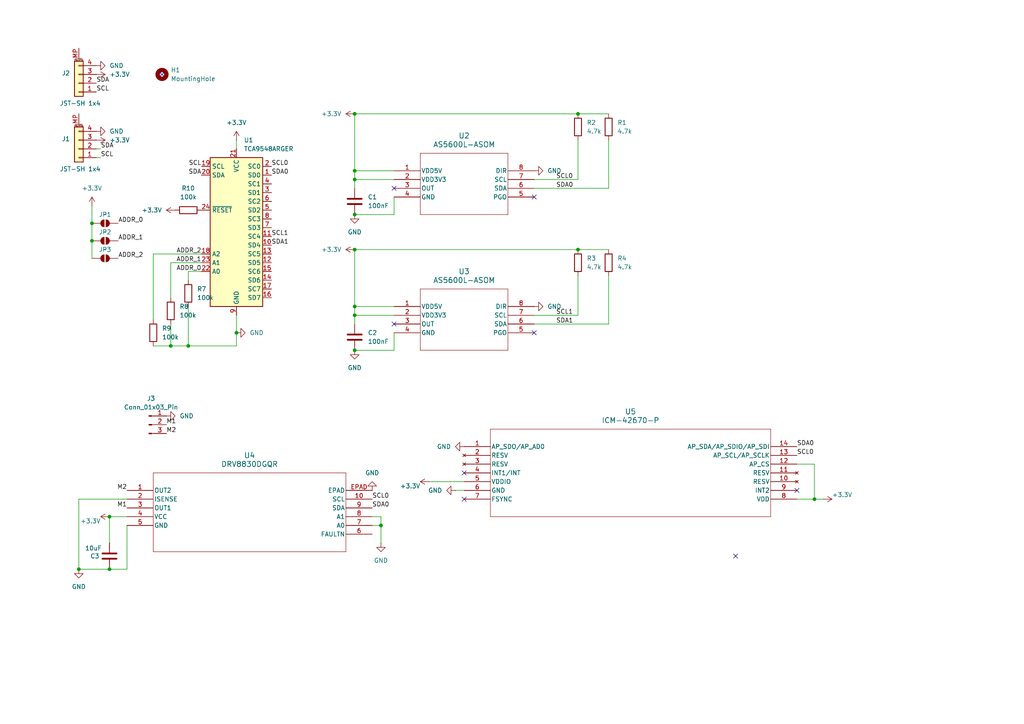
<source format=kicad_sch>
(kicad_sch (version 20250114) (generator "eeschema") (generator_version "9.0")
  (paper "A4")
  (lib_symbols
    (symbol "Connector:Conn_01x03_Pin" (pin_names (offset 1.016) (hide yes))
      (property "Reference" "J" (at 0 5.08 0))
      (property "Value" "Conn_01x03_Pin" (at 0 -5.08 0))
      (symbol "Conn_01x03_Pin_1_1"
        (rectangle (start 0.8636 2.667) (end 0 2.413) (stroke (width 0.1524)) (fill (type outline)))
        (rectangle (start 0.8636 0.127) (end 0 -0.127) (stroke (width 0.1524)) (fill (type outline)))
        (rectangle (start 0.8636 -2.413) (end 0 -2.667) (stroke (width 0.1524)) (fill (type outline)))
        (polyline (pts (xy 1.27 2.54) (xy 0.8636 2.54)) (stroke (width 0.1524)))
        (polyline (pts (xy 1.27 0) (xy 0.8636 0)) (stroke (width 0.1524)))
        (polyline (pts (xy 1.27 -2.54) (xy 0.8636 -2.54)) (stroke (width 0.1524)))
        (pin passive line (at 5.08 2.54 180) (length 3.81) (name "Pin_1") (number "1"))
        (pin passive line (at 5.08 0 180) (length 3.81) (name "Pin_2") (number "2"))
        (pin passive line (at 5.08 -2.54 180) (length 3.81) (name "Pin_3") (number "3"))
      )
    )
    (symbol "Connector_Generic_MountingPin:Conn_01x04_MountingPin" (pin_names (offset 1.016) (hide yes))
      (property "Reference" "J" (at 0 5.08 0))
      (property "Value" "Conn_01x04_MountingPin" (at 1.27 -7.62 0))
      (symbol "Conn_01x04_MountingPin_1_1"
        (rectangle (start -1.27 3.81) (end 1.27 -6.35) (stroke (width 0.254)) (fill (type background)))
        (rectangle (start -1.27 2.667) (end 0 2.413) (stroke (width 0.1524)))
        (rectangle (start -1.27 0.127) (end 0 -0.127) (stroke (width 0.1524)))
        (rectangle (start -1.27 -2.413) (end 0 -2.667) (stroke (width 0.1524)))
        (rectangle (start -1.27 -4.953) (end 0 -5.207) (stroke (width 0.1524)))
        (polyline (pts (xy -1.016 -7.112) (xy 1.016 -7.112)) (stroke (width 0.1524)))
        (text "Mounting" (at 0 -6.731 0) (effects (font (size 0.381 0.381))))
        (pin passive line (at -5.08 2.54 0) (length 3.81) (name "Pin_1") (number "1"))
        (pin passive line (at -5.08 0 0) (length 3.81) (name "Pin_2") (number "2"))
        (pin passive line (at -5.08 -2.54 0) (length 3.81) (name "Pin_3") (number "3"))
        (pin passive line (at -5.08 -5.08 0) (length 3.81) (name "Pin_4") (number "4"))
        (pin passive line (at 0 -10.16 90) (length 3.048) (name "MountPin") (number "MP"))
      )
    )
    (symbol "Device:C" (pin_numbers (hide yes)) (pin_names (offset 0.254))
      (property "Reference" "C" (at 0.635 2.54 0))
      (property "Value" "C" (at 0.635 -2.54 0))
      (symbol "C_0_1"
        (polyline (pts (xy -2.032 0.762) (xy 2.032 0.762)) (stroke (width 0.508)))
        (polyline (pts (xy -2.032 -0.762) (xy 2.032 -0.762)) (stroke (width 0.508)))
      )
      (symbol "C_1_1"
        (pin passive line (at 0 3.81 270) (length 2.794) (name "~") (number "1"))
        (pin passive line (at 0 -3.81 90) (length 2.794) (name "~") (number "2"))
      )
    )
    (symbol "Device:R" (pin_numbers (hide yes)) (pin_names (offset 0))
      (property "Reference" "R" (at 2.032 0 90))
      (property "Value" "R" (at 0 0 90))
      (symbol "R_0_1"
        (rectangle (start -1.016 -2.54) (end 1.016 2.54) (stroke (width 0.254)))
      )
      (symbol "R_1_1"
        (pin passive line (at 0 3.81 270) (length 1.27) (name "~") (number "1"))
        (pin passive line (at 0 -3.81 90) (length 1.27) (name "~") (number "2"))
      )
    )
    (symbol "Interface_Expansion:TCA9548ARGER"
      (property "Reference" "U" (at -7.62 21.59 0))
      (property "Value" "TCA9548ARGER" (at 1.016 21.59 0))
      (symbol "TCA9548ARGER_0_1"
        (rectangle (start -7.62 20.32) (end 7.62 -22.86) (stroke (width 0.254)) (fill (type background)))
      )
      (symbol "TCA9548ARGER_1_1"
        (pin input line (at -10.16 17.78 0) (length 2.54) (name "SCL") (number "19"))
        (pin bidirectional line (at -10.16 15.24 0) (length 2.54) (name "SDA") (number "20"))
        (pin input line (at -10.16 5.08 0) (length 2.54) (name "~{RESET}") (number "24"))
        (pin input line (at -10.16 -7.62 0) (length 2.54) (name "A2") (number "18"))
        (pin input line (at -10.16 -10.16 0) (length 2.54) (name "A1") (number "23"))
        (pin input line (at -10.16 -12.7 0) (length 2.54) (name "A0") (number "22"))
        (pin no_connect line (at -7.62 -15.24 0) (length 2.54) (hide yes) (name "1EP") (number "25"))
        (pin power_in line (at 0 22.86 270) (length 2.54) (name "VCC") (number "21"))
        (pin power_in line (at 0 -25.4 90) (length 2.54) (name "GND") (number "9"))
        (pin output line (at 10.16 17.78 180) (length 2.54) (name "SC0") (number "2"))
        (pin bidirectional line (at 10.16 15.24 180) (length 2.54) (name "SD0") (number "1"))
        (pin output line (at 10.16 12.7 180) (length 2.54) (name "SC1") (number "4"))
        (pin bidirectional line (at 10.16 10.16 180) (length 2.54) (name "SD1") (number "3"))
        (pin output line (at 10.16 7.62 180) (length 2.54) (name "SC2") (number "6"))
        (pin bidirectional line (at 10.16 5.08 180) (length 2.54) (name "SD2") (number "5"))
        (pin output line (at 10.16 2.54 180) (length 2.54) (name "SC3") (number "8"))
        (pin bidirectional line (at 10.16 0 180) (length 2.54) (name "SD3") (number "7"))
        (pin output line (at 10.16 -2.54 180) (length 2.54) (name "SC4") (number "11"))
        (pin bidirectional line (at 10.16 -5.08 180) (length 2.54) (name "SD4") (number "10"))
        (pin output line (at 10.16 -7.62 180) (length 2.54) (name "SC5") (number "13"))
        (pin bidirectional line (at 10.16 -10.16 180) (length 2.54) (name "SD5") (number "12"))
        (pin output line (at 10.16 -12.7 180) (length 2.54) (name "SC6") (number "15"))
        (pin bidirectional line (at 10.16 -15.24 180) (length 2.54) (name "SD6") (number "14"))
        (pin output line (at 10.16 -17.78 180) (length 2.54) (name "SC7") (number "17"))
        (pin bidirectional line (at 10.16 -20.32 180) (length 2.54) (name "SD7") (number "16"))
      )
    )
    (symbol "Jumper:SolderJumper_2_Open" (pin_numbers (hide yes)) (pin_names (offset 0) (hide yes)) (in_bom no)
      (property "Reference" "JP" (at 0 2.032 0))
      (property "Value" "SolderJumper_2_Open" (at 0 -2.54 0))
      (symbol "SolderJumper_2_Open_0_1"
        (polyline (pts (xy -0.254 1.016) (xy -0.254 -1.016)))
        (arc (start -0.254 -1.016) (mid -1.2656 0) (end -0.254 1.016))
        (arc (start -0.254 -1.016) (mid -1.2656 0) (end -0.254 1.016) (fill (type outline)))
        (arc (start 0.254 1.016) (mid 1.2656 0) (end 0.254 -1.016))
        (arc (start 0.254 1.016) (mid 1.2656 0) (end 0.254 -1.016) (fill (type outline)))
        (polyline (pts (xy 0.254 1.016) (xy 0.254 -1.016)))
      )
      (symbol "SolderJumper_2_Open_1_1"
        (pin passive line (at -3.81 0 0) (length 2.54) (name "A") (number "1"))
        (pin passive line (at 3.81 0 180) (length 2.54) (name "B") (number "2"))
      )
    )
    (symbol "Mechanical:MountingHole" (pin_names (offset 1.016)) (in_bom no)
      (property "Reference" "H" (at 0 5.08 0))
      (property "Value" "MountingHole" (at 0 3.175 0))
      (symbol "MountingHole_0_1"
        (circle (center 0 0) (radius 1.27) (stroke (width 1.27)))
      )
    )
    (symbol "as5600:AS5600L-ASOM" (pin_names (offset 0.254))
      (property "Reference" "U" (at 20.32 10.16 0))
      (property "Value" "AS5600L-ASOM" (at 20.32 7.62 0))
      (symbol "AS5600L-ASOM_0_1"
        (polyline (pts (xy 7.62 5.08) (xy 7.62 -12.7)) (stroke (width 0.127)))
        (polyline (pts (xy 7.62 -12.7) (xy 33.02 -12.7)) (stroke (width 0.127)))
        (polyline (pts (xy 33.02 5.08) (xy 7.62 5.08)) (stroke (width 0.127)))
        (polyline (pts (xy 33.02 -12.7) (xy 33.02 5.08)) (stroke (width 0.127)))
        (pin unspecified line (at 0 0 0) (length 7.62) (name "VDD5V") (number "1"))
        (pin unspecified line (at 0 -2.54 0) (length 7.62) (name "VDD3V3") (number "2"))
        (pin unspecified line (at 0 -5.08 0) (length 7.62) (name "OUT") (number "3"))
        (pin unspecified line (at 0 -7.62 0) (length 7.62) (name "GND") (number "4"))
        (pin unspecified line (at 40.64 0 180) (length 7.62) (name "DIR") (number "8"))
        (pin unspecified line (at 40.64 -2.54 180) (length 7.62) (name "SCL") (number "7"))
        (pin unspecified line (at 40.64 -5.08 180) (length 7.62) (name "SDA") (number "6"))
        (pin unspecified line (at 40.64 -7.62 180) (length 7.62) (name "PGO") (number "5"))
      )
    )
    (symbol "drv8830:DRV8830DGQR" (pin_names (offset 0.254))
      (property "Reference" "U" (at 35.56 10.16 0))
      (property "Value" "DRV8830DGQR" (at 35.56 7.62 0))
      (symbol "DRV8830DGQR_0_1"
        (polyline (pts (xy 7.62 5.08) (xy 7.62 -17.78)) (stroke (width 0.127)))
        (polyline (pts (xy 7.62 -17.78) (xy 63.5 -17.78)) (stroke (width 0.127)))
        (polyline (pts (xy 63.5 5.08) (xy 7.62 5.08)) (stroke (width 0.127)))
        (polyline (pts (xy 63.5 -17.78) (xy 63.5 5.08)) (stroke (width 0.127)))
        (pin output line (at 0 0 0) (length 7.62) (name "OUT2") (number "1"))
        (pin bidirectional line (at 0 -2.54 0) (length 7.62) (name "ISENSE") (number "2"))
        (pin output line (at 0 -5.08 0) (length 7.62) (name "OUT1") (number "3"))
        (pin power_in line (at 0 -7.62 0) (length 7.62) (name "VCC") (number "4"))
        (pin power_in line (at 0 -10.16 0) (length 7.62) (name "GND") (number "5"))
        (pin unspecified line (at 71.12 0 180) (length 7.62) (name "EPAD") (number "EPAD"))
        (pin input line (at 71.12 -2.54 180) (length 7.62) (name "SCL") (number "10"))
        (pin bidirectional line (at 71.12 -5.08 180) (length 7.62) (name "SDA") (number "9"))
        (pin input line (at 71.12 -7.62 180) (length 7.62) (name "A1") (number "8"))
        (pin input line (at 71.12 -10.16 180) (length 7.62) (name "A0") (number "7"))
        (pin output line (at 71.12 -12.7 180) (length 7.62) (name "FAULTN") (number "6"))
      )
    )
    (symbol "icm42670:ICM-42670-P" (pin_names (offset 0.254))
      (property "Reference" "U" (at 48.26 10.16 0))
      (property "Value" "ICM-42670-P" (at 48.26 7.62 0))
      (symbol "ICM-42670-P_0_1"
        (polyline (pts (xy 7.62 5.08) (xy 7.62 -20.32)) (stroke (width 0.127)))
        (polyline (pts (xy 7.62 -20.32) (xy 88.9 -20.32)) (stroke (width 0.127)))
        (polyline (pts (xy 88.9 5.08) (xy 7.62 5.08)) (stroke (width 0.127)))
        (polyline (pts (xy 88.9 -20.32) (xy 88.9 5.08)) (stroke (width 0.127)))
        (pin bidirectional line (at 0 0 0) (length 7.62) (name "AP_SDO/AP_AD0") (number "1"))
        (pin no_connect line (at 0 -2.54 0) (length 7.62) (name "RESV") (number "2"))
        (pin no_connect line (at 0 -5.08 0) (length 7.62) (name "RESV") (number "3"))
        (pin output line (at 0 -7.62 0) (length 7.62) (name "INT1/INT") (number "4"))
        (pin power_in line (at 0 -10.16 0) (length 7.62) (name "VDDIO") (number "5"))
        (pin power_out line (at 0 -12.7 0) (length 7.62) (name "GND") (number "6"))
        (pin input line (at 0 -15.24 0) (length 7.62) (name "FSYNC") (number "7"))
        (pin bidirectional line (at 96.52 0 180) (length 7.62) (name "AP_SDA/AP_SDIO/AP_SDI") (number "14"))
        (pin bidirectional line (at 96.52 -2.54 180) (length 7.62) (name "AP_SCL/AP_SCLK") (number "13"))
        (pin input line (at 96.52 -5.08 180) (length 7.62) (name "AP_CS") (number "12"))
        (pin no_connect line (at 96.52 -7.62 180) (length 7.62) (name "RESV") (number "11"))
        (pin no_connect line (at 96.52 -10.16 180) (length 7.62) (name "RESV") (number "10"))
        (pin output line (at 96.52 -12.7 180) (length 7.62) (name "INT2") (number "9"))
        (pin power_in line (at 96.52 -15.24 180) (length 7.62) (name "VDD") (number "8"))
      )
    )
    (symbol "power:+3.3V" (power) (pin_numbers (hide yes)) (pin_names (offset 0) (hide yes))
      (property "Value" "+3.3V" (at 0 3.556 0))
      (symbol "+3.3V_0_1"
        (polyline (pts (xy -0.762 1.27) (xy 0 2.54)))
        (polyline (pts (xy 0 2.54) (xy 0.762 1.27)))
        (polyline (pts (xy 0 0) (xy 0 2.54)))
      )
      (symbol "+3.3V_1_1"
        (pin power_in line (at 0 0 90) (length 0) (name "~") (number "1"))
      )
    )
    (symbol "power:GND" (power) (pin_numbers (hide yes)) (pin_names (offset 0) (hide yes))
      (property "Value" "GND" (at 0 -3.81 0))
      (symbol "GND_0_1"
        (polyline (pts (xy 0 0) (xy 0 -1.27) (xy 1.27 -1.27) (xy 0 -2.54) (xy -1.27 -1.27) (xy 0 -1.27)))
      )
      (symbol "GND_1_1"
        (pin power_in line (at 0 0 270) (length 0) (name "~") (number "1"))
      )
    )
  )
  (junction (at 102.87 101.6))
  (junction (at 68.58 96.52))
  (junction (at 102.87 52.07))
  (junction (at 102.87 88.9))
  (junction (at 236.22 144.78))
  (junction (at 31.75 149.86))
  (junction (at 110.49 152.4))
  (junction (at 167.64 72.39))
  (junction (at 102.87 49.53))
  (junction (at 102.87 72.39))
  (junction (at 49.53 100.33))
  (junction (at 26.67 64.77))
  (junction (at 31.75 165.1))
  (junction (at 102.87 91.44))
  (junction (at 26.67 69.85))
  (junction (at 102.87 33.02))
  (junction (at 167.64 33.02))
  (junction (at 102.87 62.23))
  (junction (at 54.61 100.33))
  (junction (at 22.86 165.1))
  (no_connect (at 114.3 93.98))
  (no_connect (at 213.36 161.29))
  (no_connect (at 134.62 137.16))
  (no_connect (at 231.14 142.24))
  (no_connect (at 46.99 21.59))
  (no_connect (at 154.94 57.15))
  (no_connect (at 134.62 144.78))
  (no_connect (at 114.3 54.61))
  (no_connect (at 154.94 96.52))
  (wire (pts (xy 167.64 80.01) (xy 167.64 91.44)))
  (wire (pts (xy 114.3 101.6) (xy 102.87 101.6)))
  (wire (pts (xy 176.53 40.64) (xy 176.53 54.61)))
  (wire (pts (xy 167.64 40.64) (xy 167.64 52.07)))
  (wire (pts (xy 44.45 100.33) (xy 49.53 100.33)))
  (wire (pts (xy 167.64 72.39) (xy 176.53 72.39)))
  (wire (pts (xy 68.58 100.33) (xy 68.58 96.52)))
  (wire (pts (xy 102.87 52.07) (xy 102.87 54.61)))
  (wire (pts (xy 102.87 33.02) (xy 102.87 49.53)))
  (wire (pts (xy 102.87 49.53) (xy 114.3 49.53)))
  (wire (pts (xy 54.61 78.74) (xy 54.61 81.28)))
  (wire (pts (xy 110.49 152.4) (xy 110.49 157.48)))
  (wire (pts (xy 29.21 45.72) (xy 27.94 45.72)))
  (wire (pts (xy 154.94 52.07) (xy 167.64 52.07)))
  (wire (pts (xy 236.22 144.78) (xy 236.22 134.62)))
  (wire (pts (xy 68.58 40.64) (xy 68.58 43.18)))
  (wire (pts (xy 26.67 69.85) (xy 26.67 74.93)))
  (wire (pts (xy 31.75 149.86) (xy 36.83 149.86)))
  (wire (pts (xy 154.94 54.61) (xy 176.53 54.61)))
  (wire (pts (xy 124.46 139.7) (xy 134.62 139.7)))
  (wire (pts (xy 44.45 73.66) (xy 44.45 92.71)))
  (wire (pts (xy 102.87 88.9) (xy 102.87 91.44)))
  (wire (pts (xy 231.14 144.78) (xy 236.22 144.78)))
  (wire (pts (xy 31.75 149.86) (xy 31.75 157.48)))
  (wire (pts (xy 102.87 52.07) (xy 114.3 52.07)))
  (wire (pts (xy 36.83 165.1) (xy 36.83 152.4)))
  (wire (pts (xy 167.64 33.02) (xy 176.53 33.02)))
  (wire (pts (xy 102.87 72.39) (xy 167.64 72.39)))
  (wire (pts (xy 102.87 91.44) (xy 102.87 93.98)))
  (wire (pts (xy 102.87 72.39) (xy 102.87 88.9)))
  (wire (pts (xy 26.67 59.69) (xy 26.67 64.77)))
  (wire (pts (xy 49.53 100.33) (xy 54.61 100.33)))
  (wire (pts (xy 22.86 144.78) (xy 36.83 144.78)))
  (wire (pts (xy 54.61 100.33) (xy 68.58 100.33)))
  (wire (pts (xy 176.53 80.01) (xy 176.53 93.98)))
  (wire (pts (xy 114.3 62.23) (xy 102.87 62.23)))
  (wire (pts (xy 107.95 149.86) (xy 110.49 149.86)))
  (wire (pts (xy 107.95 152.4) (xy 110.49 152.4)))
  (wire (pts (xy 154.94 91.44) (xy 167.64 91.44)))
  (wire (pts (xy 58.42 76.2) (xy 49.53 76.2)))
  (wire (pts (xy 110.49 149.86) (xy 110.49 152.4)))
  (wire (pts (xy 114.3 96.52) (xy 114.3 101.6)))
  (wire (pts (xy 58.42 78.74) (xy 54.61 78.74)))
  (wire (pts (xy 154.94 93.98) (xy 176.53 93.98)))
  (wire (pts (xy 102.87 88.9) (xy 114.3 88.9)))
  (wire (pts (xy 236.22 134.62) (xy 231.14 134.62)))
  (wire (pts (xy 102.87 49.53) (xy 102.87 52.07)))
  (wire (pts (xy 68.58 91.44) (xy 68.58 96.52)))
  (wire (pts (xy 54.61 88.9) (xy 54.61 100.33)))
  (wire (pts (xy 58.42 73.66) (xy 44.45 73.66)))
  (wire (pts (xy 49.53 76.2) (xy 49.53 86.36)))
  (wire (pts (xy 132.08 142.24) (xy 134.62 142.24)))
  (wire (pts (xy 26.67 64.77) (xy 26.67 69.85)))
  (wire (pts (xy 22.86 144.78) (xy 22.86 165.1)))
  (wire (pts (xy 102.87 91.44) (xy 114.3 91.44)))
  (wire (pts (xy 236.22 144.78) (xy 238.76 144.78)))
  (wire (pts (xy 29.21 43.18) (xy 27.94 43.18)))
  (wire (pts (xy 49.53 93.98) (xy 49.53 100.33)))
  (wire (pts (xy 114.3 57.15) (xy 114.3 62.23)))
  (wire (pts (xy 31.75 165.1) (xy 36.83 165.1)))
  (wire (pts (xy 102.87 33.02) (xy 167.64 33.02)))
  (wire (pts (xy 22.86 165.1) (xy 31.75 165.1)))
  (label "M2" (at 36.83 142.24 180))
  (label "SCL" (at 27.94 26.67 0))
  (label "SCL" (at 58.42 48.26 180))
  (label "ADDR_2" (at 34.29 74.93 0))
  (label "M2" (at 48.26 125.73 0))
  (label "SCL0" (at 231.14 132.08 0))
  (label "SDA0" (at 231.14 129.54 0))
  (label "M1" (at 48.26 123.19 0))
  (label "SDA" (at 58.42 50.8 180))
  (label "ADDR_2" (at 58.42 73.66 180))
  (label "SCL0" (at 78.74 48.26 0))
  (label "SDA0" (at 161.29 54.61 0))
  (label "SDA" (at 27.94 24.13 0))
  (label "SDA" (at 29.21 43.18 0))
  (label "SCL" (at 29.21 45.72 0))
  (label "ADDR_1" (at 58.42 76.2 180))
  (label "SDA0" (at 107.95 147.32 0))
  (label "SDA0" (at 78.74 50.8 0))
  (label "SDA1" (at 78.74 71.12 0))
  (label "ADDR_1" (at 34.29 69.85 0))
  (label "ADDR_0" (at 58.42 78.74 180))
  (label "SCL1" (at 161.29 91.44 0))
  (label "SCL1" (at 78.74 68.58 0))
  (label "SDA1" (at 161.29 93.98 0))
  (label "SCL0" (at 161.29 52.07 0))
  (label "ADDR_0" (at 34.29 64.77 0))
  (label "SCL0" (at 107.95 144.78 0))
  (label "M1" (at 36.83 147.32 180))
  (symbol (lib_id "Jumper:SolderJumper_2_Open") (at 30.48 74.93 0) (unit 1) (in_bom no)
    (property "Reference" "JP3" (at 30.48 72.39 0))
    (property "Value" "~" (at 30.48 72.39 0))
    (property "Footprint" "Jumper:SolderJumper-2_P1.3mm_Open_TrianglePad1.0x1.5mm" (effects (hide yes)))
    (property "Description" "Solder Jumper, 2-pole, open" (effects (hide yes)))
  )
  (symbol (lib_id "power:GND") (at 68.58 96.52 90) (unit 1)
    (property "Reference" "#PWR04" (effects (hide yes)))
    (property "Value" "GND" (at 72.39 96.5199 90) (effects (justify right)))
    (property "Description" "Power symbol creates a global label with name \"GND\" , ground" (effects (hide yes)))
  )
  (symbol (lib_id "power:+3.3V") (at 102.87 72.39 90) (unit 1)
    (property "Reference" "#PWR08" (effects (hide yes)))
    (property "Value" "+3.3V" (at 99.06 72.3899 90) (effects (justify left)))
    (property "Description" "Power symbol creates a global label with name \"+3.3V\"" (effects (hide yes)))
  )
  (symbol (lib_id "power:+3.3V") (at 124.46 139.7 90) (unit 1) (on_board no)
    (property "Reference" "#PWR020" (effects (hide yes)))
    (property "Value" "+3.3V" (at 121.92 140.97 90) (effects (justify left)))
    (property "Description" "Power symbol creates a global label with name \"+3.3V\"" (effects (hide yes)))
  )
  (symbol (lib_id "power:+3.3V") (at 238.76 144.78 270) (unit 1) (on_board no)
    (property "Reference" "#PWR021" (effects (hide yes)))
    (property "Value" "+3.3V" (at 241.3 143.51 90) (effects (justify left)))
    (property "Description" "Power symbol creates a global label with name \"+3.3V\"" (effects (hide yes)))
  )
  (symbol (lib_id "power:GND") (at 107.95 142.24 180) (unit 1)
    (property "Reference" "#PWR016" (effects (hide yes)))
    (property "Value" "GND" (at 107.95 137.16 0))
    (property "Description" "Power symbol creates a global label with name \"GND\" , ground" (effects (hide yes)))
  )
  (symbol (lib_id "as5600:AS5600L-ASOM") (at 114.3 49.53 0) (unit 1)
    (property "Reference" "U2" (at 134.62 39.37 0) (effects (font (size 1.524 1.524))))
    (property "Value" "AS5600L-ASOM" (at 134.62 41.91 0) (effects (font (size 1.524 1.524))))
    (property "Footprint" "footprints:AS5600L-ASOM_AMS" (effects (hide yes)))
    (property "Datasheet" "AS5600L-ASOM" (effects (hide yes)))
  )
  (symbol (lib_id "Jumper:SolderJumper_2_Open") (at 30.48 64.77 180) (unit 1) (in_bom no)
    (property "Reference" "JP1" (at 30.48 62.23 0))
    (property "Value" "~" (at 30.48 62.23 0))
    (property "Footprint" "Jumper:SolderJumper-2_P1.3mm_Open_TrianglePad1.0x1.5mm" (effects (hide yes)))
    (property "Description" "Solder Jumper, 2-pole, open" (effects (hide yes)))
  )
  (symbol (lib_id "power:GND") (at 110.49 157.48 0) (unit 1)
    (property "Reference" "#PWR015" (effects (hide yes)))
    (property "Value" "GND" (at 110.49 162.56 0))
    (property "Description" "Power symbol creates a global label with name \"GND\" , ground" (effects (hide yes)))
  )
  (symbol (lib_id "Mechanical:MountingHole") (at 46.99 21.59 0) (unit 1) (in_bom no)
    (property "Reference" "H1" (at 49.53 20.3199 0) (effects (justify left)))
    (property "Value" "MountingHole" (at 49.53 22.8599 0) (effects (justify left)))
    (property "Footprint" "MountingHole:MountingHole_2.2mm_M2_ISO14580_Pad" (effects (hide yes)))
    (property "Description" "Mounting Hole without connection" (effects (hide yes)))
  )
  (symbol (lib_id "Device:R") (at 49.53 90.17 0) (unit 1)
    (property "Reference" "R8" (at 52.07 88.8999 0) (effects (justify left)))
    (property "Value" "100k" (at 52.07 91.4399 0) (effects (justify left)))
    (property "Footprint" "Resistor_SMD:R_0603_1608Metric" (effects (hide yes)))
    (property "Description" "Resistor" (effects (hide yes)))
  )
  (symbol (lib_id "Device:C") (at 102.87 58.42 0) (unit 1)
    (property "Reference" "C1" (at 106.68 57.1499 0) (effects (justify left)))
    (property "Value" "100nF" (at 106.68 59.6899 0) (effects (justify left)))
    (property "Footprint" "Capacitor_SMD:C_0603_1608Metric" (effects (hide yes)))
    (property "Description" "Unpolarized capacitor" (effects (hide yes)))
  )
  (symbol (lib_id "Connector:Conn_01x03_Pin") (at 43.18 123.19 0) (unit 1)
    (property "Reference" "J3" (at 43.815 115.57 0))
    (property "Value" "Conn_01x03_Pin" (at 43.815 118.11 0))
    (property "Footprint" "Connector_PinSocket_2.00mm:PinSocket_1x03_P2.00mm_Vertical" (effects (hide yes)))
    (property "Description" "Generic connector, single row, 01x03, script generated" (effects (hide yes)))
  )
  (symbol (lib_id "icm42670:ICM-42670-P") (at 134.62 129.54 0) (unit 1) (on_board no)
    (property "Reference" "U5" (at 182.88 119.38 0) (effects (font (size 1.524 1.524))))
    (property "Value" "ICM-42670-P" (at 182.88 121.92 0) (effects (font (size 1.524 1.524))))
    (property "Footprint" "ICM42670:LGA14_2.5X3X0.76_IVS" (effects (hide yes)))
    (property "Datasheet" "ICM-42670-P" (effects (hide yes)))
  )
  (symbol (lib_id "Device:R") (at 54.61 85.09 0) (unit 1)
    (property "Reference" "R7" (at 57.15 83.8199 0) (effects (justify left)))
    (property "Value" "100k" (at 57.15 86.3599 0) (effects (justify left)))
    (property "Footprint" "Resistor_SMD:R_0603_1608Metric" (effects (hide yes)))
    (property "Description" "Resistor" (effects (hide yes)))
  )
  (symbol (lib_id "Connector_Generic_MountingPin:Conn_01x04_MountingPin") (at 22.86 43.18 180) (unit 1)
    (property "Reference" "J1" (at 20.32 40.2843 0) (effects (justify left)))
    (property "Value" "JST-SH 1x4" (at 29.21 49.022 0) (effects (justify left)))
    (property "Footprint" "Connector_JST:JST_SH_BM04B-SRSS-TB_1x04-1MP_P1.00mm_Vertical" (effects (hide yes)))
    (property "Description" "Generic connectable mounting pin connector, single row, 01x04, script generated (kicad-library-utils/schlib/autogen/connector/)" (effects (hide yes)))
  )
  (symbol (lib_id "Device:R") (at 54.61 60.96 90) (unit 1)
    (property "Reference" "R10" (at 54.61 54.61 90))
    (property "Value" "100k" (at 54.61 57.15 90))
    (property "Footprint" "Resistor_SMD:R_0603_1608Metric" (effects (hide yes)))
    (property "Description" "Resistor" (effects (hide yes)))
  )
  (symbol (lib_id "power:GND") (at 27.94 38.1 90) (unit 1)
    (property "Reference" "#PWR03" (effects (hide yes)))
    (property "Value" "GND" (at 31.75 38.0999 90) (effects (justify right)))
    (property "Description" "Power symbol creates a global label with name \"GND\" , ground" (effects (hide yes)))
  )
  (symbol (lib_id "power:GND") (at 134.62 129.54 270) (unit 1) (on_board no)
    (property "Reference" "#PWR023" (effects (hide yes)))
    (property "Value" "GND" (at 130.81 129.5399 90) (effects (justify right)))
    (property "Description" "Power symbol creates a global label with name \"GND\" , ground" (effects (hide yes)))
  )
  (symbol (lib_id "as5600:AS5600L-ASOM") (at 114.3 88.9 0) (unit 1)
    (property "Reference" "U3" (at 134.62 78.74 0) (effects (font (size 1.524 1.524))))
    (property "Value" "AS5600L-ASOM" (at 134.62 81.28 0) (effects (font (size 1.524 1.524))))
    (property "Footprint" "footprints:AS5600L-ASOM_AMS" (effects (hide yes)))
    (property "Datasheet" "AS5600L-ASOM" (effects (hide yes)))
  )
  (symbol (lib_id "Device:R") (at 176.53 36.83 0) (unit 1)
    (property "Reference" "R1" (at 179.07 35.5599 0) (effects (justify left)))
    (property "Value" "4.7k" (at 179.07 38.0999 0) (effects (justify left)))
    (property "Footprint" "Resistor_SMD:R_0603_1608Metric" (effects (hide yes)))
    (property "Description" "Resistor" (effects (hide yes)))
  )
  (symbol (lib_id "power:GND") (at 102.87 62.23 0) (unit 1)
    (property "Reference" "#PWR01" (effects (hide yes)))
    (property "Value" "GND" (at 102.87 67.31 0))
    (property "Description" "Power symbol creates a global label with name \"GND\" , ground" (effects (hide yes)))
  )
  (symbol (lib_id "power:+3.3V") (at 27.94 21.59 270) (unit 1)
    (property "Reference" "#PWR010" (effects (hide yes)))
    (property "Value" "+3.3V" (at 31.75 21.5899 90) (effects (justify left)))
    (property "Description" "Power symbol creates a global label with name \"+3.3V\"" (effects (hide yes)))
  )
  (symbol (lib_id "power:GND") (at 22.86 165.1 0) (unit 1)
    (property "Reference" "#PWR014" (effects (hide yes)))
    (property "Value" "GND" (at 22.86 170.18 0))
    (property "Description" "Power symbol creates a global label with name \"GND\" , ground" (effects (hide yes)))
  )
  (symbol (lib_id "power:GND") (at 154.94 49.53 90) (unit 1)
    (property "Reference" "#PWR011" (effects (hide yes)))
    (property "Value" "GND" (at 158.75 49.5299 90) (effects (justify right)))
    (property "Description" "Power symbol creates a global label with name \"GND\" , ground" (effects (hide yes)))
  )
  (symbol (lib_id "power:GND") (at 132.08 142.24 270) (unit 1) (on_board no)
    (property "Reference" "#PWR022" (effects (hide yes)))
    (property "Value" "GND" (at 128.27 142.2399 90) (effects (justify right)))
    (property "Description" "Power symbol creates a global label with name \"GND\" , ground" (effects (hide yes)))
  )
  (symbol (lib_id "Jumper:SolderJumper_2_Open") (at 30.48 69.85 0) (unit 1) (in_bom no)
    (property "Reference" "JP2" (at 30.48 67.31 0))
    (property "Value" "~" (at 30.48 67.31 0))
    (property "Footprint" "Jumper:SolderJumper-2_P1.3mm_Open_TrianglePad1.0x1.5mm" (effects (hide yes)))
    (property "Description" "Solder Jumper, 2-pole, open" (effects (hide yes)))
  )
  (symbol (lib_id "power:GND") (at 154.94 88.9 90) (unit 1)
    (property "Reference" "#PWR012" (effects (hide yes)))
    (property "Value" "GND" (at 158.75 88.8999 90) (effects (justify right)))
    (property "Description" "Power symbol creates a global label with name \"GND\" , ground" (effects (hide yes)))
  )
  (symbol (lib_id "drv8830:DRV8830DGQR") (at 36.83 142.24 0) (unit 1)
    (property "Reference" "U4" (at 72.39 132.08 0) (effects (font (size 1.524 1.524))))
    (property "Value" "DRV8830DGQR" (at 72.39 134.62 0) (effects (font (size 1.524 1.524))))
    (property "Footprint" "DRV8830:DGQ10_2P18X1P72" (effects (hide yes)))
    (property "Datasheet" "DRV8830DGQR" (effects (hide yes)))
  )
  (symbol (lib_id "power:GND") (at 48.26 120.65 90) (unit 1)
    (property "Reference" "#PWR018" (effects (hide yes)))
    (property "Value" "GND" (at 52.07 120.6499 90) (effects (justify right)))
    (property "Description" "Power symbol creates a global label with name \"GND\" , ground" (effects (hide yes)))
  )
  (symbol (lib_id "Interface_Expansion:TCA9548ARGER") (at 68.58 66.04 0) (unit 1)
    (property "Reference" "U1" (at 70.7233 40.64 0) (effects (justify left)))
    (property "Value" "TCA9548ARGER" (at 70.7233 43.18 0) (effects (justify left)))
    (property "Footprint" "Package_DFN_QFN:Texas_RGE0024C_VQFN-24-1EP_4x4mm_P0.5mm_EP2.1x2.1mm" (effects (hide yes)))
    (property "Datasheet" "http://www.ti.com/lit/ds/symlink/tca9548a.pdf" (effects (hide yes)))
    (property "Description" "Low voltage 8-channel I2C switch with reset, QFN-24" (effects (hide yes)))
  )
  (symbol (lib_id "power:+3.3V") (at 31.75 149.86 90) (unit 1)
    (property "Reference" "#PWR017" (effects (hide yes)))
    (property "Value" "+3.3V" (at 29.21 151.13 90) (effects (justify left)))
    (property "Description" "Power symbol creates a global label with name \"+3.3V\"" (effects (hide yes)))
  )
  (symbol (lib_id "power:+3.3V") (at 27.94 40.64 270) (unit 1)
    (property "Reference" "#PWR013" (effects (hide yes)))
    (property "Value" "+3.3V" (at 31.75 40.6399 90) (effects (justify left)))
    (property "Description" "Power symbol creates a global label with name \"+3.3V\"" (effects (hide yes)))
  )
  (symbol (lib_id "Device:R") (at 167.64 36.83 0) (unit 1)
    (property "Reference" "R2" (at 170.18 35.5599 0) (effects (justify left)))
    (property "Value" "4.7k" (at 170.18 38.0999 0) (effects (justify left)))
    (property "Footprint" "Resistor_SMD:R_0603_1608Metric" (effects (hide yes)))
    (property "Description" "Resistor" (effects (hide yes)))
  )
  (symbol (lib_id "power:+3.3V") (at 26.67 59.69 0) (unit 1)
    (property "Reference" "#PWR07" (effects (hide yes)))
    (property "Value" "+3.3V" (at 26.67 54.61 0))
    (property "Description" "Power symbol creates a global label with name \"+3.3V\"" (effects (hide yes)))
  )
  (symbol (lib_id "power:+3.3V") (at 50.8 60.96 90) (unit 1)
    (property "Reference" "#PWR019" (effects (hide yes)))
    (property "Value" "+3.3V" (at 46.99 60.9599 90) (effects (justify left)))
    (property "Description" "Power symbol creates a global label with name \"+3.3V\"" (effects (hide yes)))
  )
  (symbol (lib_id "Device:C") (at 102.87 97.79 0) (unit 1)
    (property "Reference" "C2" (at 106.68 96.5199 0) (effects (justify left)))
    (property "Value" "100nF" (at 106.68 99.0599 0) (effects (justify left)))
    (property "Footprint" "Capacitor_SMD:C_0603_1608Metric" (effects (hide yes)))
    (property "Description" "Unpolarized capacitor" (effects (hide yes)))
  )
  (symbol (lib_id "Device:R") (at 176.53 76.2 0) (unit 1)
    (property "Reference" "R4" (at 179.07 74.9299 0) (effects (justify left)))
    (property "Value" "4.7k" (at 179.07 77.4699 0) (effects (justify left)))
    (property "Footprint" "Resistor_SMD:R_0603_1608Metric" (effects (hide yes)))
    (property "Description" "Resistor" (effects (hide yes)))
  )
  (symbol (lib_id "Device:R") (at 44.45 96.52 0) (unit 1)
    (property "Reference" "R9" (at 46.99 95.2499 0) (effects (justify left)))
    (property "Value" "100k" (at 46.99 97.7899 0) (effects (justify left)))
    (property "Footprint" "Resistor_SMD:R_0603_1608Metric" (effects (hide yes)))
    (property "Description" "Resistor" (effects (hide yes)))
  )
  (symbol (lib_id "power:+3.3V") (at 102.87 33.02 90) (unit 1)
    (property "Reference" "#PWR05" (effects (hide yes)))
    (property "Value" "+3.3V" (at 99.06 33.0199 90) (effects (justify left)))
    (property "Description" "Power symbol creates a global label with name \"+3.3V\"" (effects (hide yes)))
  )
  (symbol (lib_id "Device:C") (at 31.75 161.29 180) (unit 1)
    (property "Reference" "C3" (at 26.162 161.29 0) (effects (justify right)))
    (property "Value" "10uF" (at 24.638 159.004 0) (effects (justify right)))
    (property "Footprint" "Capacitor_SMD:C_0603_1608Metric" (effects (hide yes)))
    (property "Description" "Unpolarized capacitor" (effects (hide yes)))
  )
  (symbol (lib_id "power:GND") (at 27.94 19.05 90) (unit 1)
    (property "Reference" "#PWR09" (effects (hide yes)))
    (property "Value" "GND" (at 31.75 19.0499 90) (effects (justify right)))
    (property "Description" "Power symbol creates a global label with name \"GND\" , ground" (effects (hide yes)))
  )
  (symbol (lib_id "power:+3.3V") (at 68.58 40.64 0) (unit 1)
    (property "Reference" "#PWR06" (effects (hide yes)))
    (property "Value" "+3.3V" (at 68.58 35.56 0))
    (property "Description" "Power symbol creates a global label with name \"+3.3V\"" (effects (hide yes)))
  )
  (symbol (lib_id "Device:R") (at 167.64 76.2 0) (unit 1)
    (property "Reference" "R3" (at 170.18 74.9299 0) (effects (justify left)))
    (property "Value" "4.7k" (at 170.18 77.4699 0) (effects (justify left)))
    (property "Footprint" "Resistor_SMD:R_0603_1608Metric" (effects (hide yes)))
    (property "Description" "Resistor" (effects (hide yes)))
  )
  (symbol (lib_id "Connector_Generic_MountingPin:Conn_01x04_MountingPin") (at 22.86 24.13 180) (unit 1)
    (property "Reference" "J2" (at 20.32 21.2343 0) (effects (justify left)))
    (property "Value" "JST-SH 1x4" (at 29.21 29.972 0) (effects (justify left)))
    (property "Footprint" "Connector_JST:JST_SH_BM04B-SRSS-TB_1x04-1MP_P1.00mm_Vertical" (effects (hide yes)))
    (property "Description" "Generic connectable mounting pin connector, single row, 01x04, script generated (kicad-library-utils/schlib/autogen/connector/)" (effects (hide yes)))
  )
  (symbol (lib_id "power:GND") (at 102.87 101.6 0) (unit 1)
    (property "Reference" "#PWR02" (effects (hide yes)))
    (property "Value" "GND" (at 102.87 106.68 0))
    (property "Description" "Power symbol creates a global label with name \"GND\" , ground" (effects (hide yes)))
  )
)
</source>
